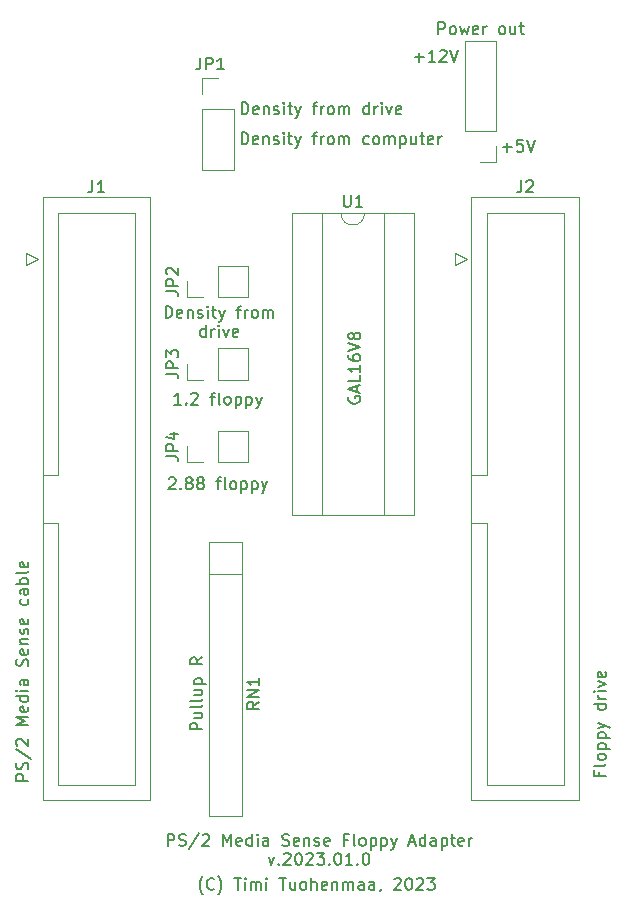
<source format=gbr>
%TF.GenerationSoftware,KiCad,Pcbnew,(6.0.10)*%
%TF.CreationDate,2023-01-22T20:40:01+02:00*%
%TF.ProjectId,ps2_media_sense_floppy_adapter,7073325f-6d65-4646-9961-5f73656e7365,rev?*%
%TF.SameCoordinates,Original*%
%TF.FileFunction,Legend,Top*%
%TF.FilePolarity,Positive*%
%FSLAX46Y46*%
G04 Gerber Fmt 4.6, Leading zero omitted, Abs format (unit mm)*
G04 Created by KiCad (PCBNEW (6.0.10)) date 2023-01-22 20:40:01*
%MOMM*%
%LPD*%
G01*
G04 APERTURE LIST*
%ADD10C,0.150000*%
%ADD11C,0.120000*%
G04 APERTURE END LIST*
D10*
X103066866Y-104295380D02*
X103066866Y-103295380D01*
X103447819Y-103295380D01*
X103543057Y-103343000D01*
X103590676Y-103390619D01*
X103638295Y-103485857D01*
X103638295Y-103628714D01*
X103590676Y-103723952D01*
X103543057Y-103771571D01*
X103447819Y-103819190D01*
X103066866Y-103819190D01*
X104019247Y-104247761D02*
X104162104Y-104295380D01*
X104400200Y-104295380D01*
X104495438Y-104247761D01*
X104543057Y-104200142D01*
X104590676Y-104104904D01*
X104590676Y-104009666D01*
X104543057Y-103914428D01*
X104495438Y-103866809D01*
X104400200Y-103819190D01*
X104209723Y-103771571D01*
X104114485Y-103723952D01*
X104066866Y-103676333D01*
X104019247Y-103581095D01*
X104019247Y-103485857D01*
X104066866Y-103390619D01*
X104114485Y-103343000D01*
X104209723Y-103295380D01*
X104447819Y-103295380D01*
X104590676Y-103343000D01*
X105733533Y-103247761D02*
X104876390Y-104533476D01*
X106019247Y-103390619D02*
X106066866Y-103343000D01*
X106162104Y-103295380D01*
X106400200Y-103295380D01*
X106495438Y-103343000D01*
X106543057Y-103390619D01*
X106590676Y-103485857D01*
X106590676Y-103581095D01*
X106543057Y-103723952D01*
X105971628Y-104295380D01*
X106590676Y-104295380D01*
X107781152Y-104295380D02*
X107781152Y-103295380D01*
X108114485Y-104009666D01*
X108447819Y-103295380D01*
X108447819Y-104295380D01*
X109304961Y-104247761D02*
X109209723Y-104295380D01*
X109019247Y-104295380D01*
X108924009Y-104247761D01*
X108876390Y-104152523D01*
X108876390Y-103771571D01*
X108924009Y-103676333D01*
X109019247Y-103628714D01*
X109209723Y-103628714D01*
X109304961Y-103676333D01*
X109352580Y-103771571D01*
X109352580Y-103866809D01*
X108876390Y-103962047D01*
X110209723Y-104295380D02*
X110209723Y-103295380D01*
X110209723Y-104247761D02*
X110114485Y-104295380D01*
X109924009Y-104295380D01*
X109828771Y-104247761D01*
X109781152Y-104200142D01*
X109733533Y-104104904D01*
X109733533Y-103819190D01*
X109781152Y-103723952D01*
X109828771Y-103676333D01*
X109924009Y-103628714D01*
X110114485Y-103628714D01*
X110209723Y-103676333D01*
X110685914Y-104295380D02*
X110685914Y-103628714D01*
X110685914Y-103295380D02*
X110638295Y-103343000D01*
X110685914Y-103390619D01*
X110733533Y-103343000D01*
X110685914Y-103295380D01*
X110685914Y-103390619D01*
X111590676Y-104295380D02*
X111590676Y-103771571D01*
X111543057Y-103676333D01*
X111447819Y-103628714D01*
X111257342Y-103628714D01*
X111162104Y-103676333D01*
X111590676Y-104247761D02*
X111495438Y-104295380D01*
X111257342Y-104295380D01*
X111162104Y-104247761D01*
X111114485Y-104152523D01*
X111114485Y-104057285D01*
X111162104Y-103962047D01*
X111257342Y-103914428D01*
X111495438Y-103914428D01*
X111590676Y-103866809D01*
X112781152Y-104247761D02*
X112924009Y-104295380D01*
X113162104Y-104295380D01*
X113257342Y-104247761D01*
X113304961Y-104200142D01*
X113352580Y-104104904D01*
X113352580Y-104009666D01*
X113304961Y-103914428D01*
X113257342Y-103866809D01*
X113162104Y-103819190D01*
X112971628Y-103771571D01*
X112876390Y-103723952D01*
X112828771Y-103676333D01*
X112781152Y-103581095D01*
X112781152Y-103485857D01*
X112828771Y-103390619D01*
X112876390Y-103343000D01*
X112971628Y-103295380D01*
X113209723Y-103295380D01*
X113352580Y-103343000D01*
X114162104Y-104247761D02*
X114066866Y-104295380D01*
X113876390Y-104295380D01*
X113781152Y-104247761D01*
X113733533Y-104152523D01*
X113733533Y-103771571D01*
X113781152Y-103676333D01*
X113876390Y-103628714D01*
X114066866Y-103628714D01*
X114162104Y-103676333D01*
X114209723Y-103771571D01*
X114209723Y-103866809D01*
X113733533Y-103962047D01*
X114638295Y-103628714D02*
X114638295Y-104295380D01*
X114638295Y-103723952D02*
X114685914Y-103676333D01*
X114781152Y-103628714D01*
X114924009Y-103628714D01*
X115019247Y-103676333D01*
X115066866Y-103771571D01*
X115066866Y-104295380D01*
X115495438Y-104247761D02*
X115590676Y-104295380D01*
X115781152Y-104295380D01*
X115876390Y-104247761D01*
X115924009Y-104152523D01*
X115924009Y-104104904D01*
X115876390Y-104009666D01*
X115781152Y-103962047D01*
X115638295Y-103962047D01*
X115543057Y-103914428D01*
X115495438Y-103819190D01*
X115495438Y-103771571D01*
X115543057Y-103676333D01*
X115638295Y-103628714D01*
X115781152Y-103628714D01*
X115876390Y-103676333D01*
X116733533Y-104247761D02*
X116638295Y-104295380D01*
X116447819Y-104295380D01*
X116352580Y-104247761D01*
X116304961Y-104152523D01*
X116304961Y-103771571D01*
X116352580Y-103676333D01*
X116447819Y-103628714D01*
X116638295Y-103628714D01*
X116733533Y-103676333D01*
X116781152Y-103771571D01*
X116781152Y-103866809D01*
X116304961Y-103962047D01*
X118304961Y-103771571D02*
X117971628Y-103771571D01*
X117971628Y-104295380D02*
X117971628Y-103295380D01*
X118447819Y-103295380D01*
X118971628Y-104295380D02*
X118876390Y-104247761D01*
X118828771Y-104152523D01*
X118828771Y-103295380D01*
X119495438Y-104295380D02*
X119400200Y-104247761D01*
X119352580Y-104200142D01*
X119304961Y-104104904D01*
X119304961Y-103819190D01*
X119352580Y-103723952D01*
X119400200Y-103676333D01*
X119495438Y-103628714D01*
X119638295Y-103628714D01*
X119733533Y-103676333D01*
X119781152Y-103723952D01*
X119828771Y-103819190D01*
X119828771Y-104104904D01*
X119781152Y-104200142D01*
X119733533Y-104247761D01*
X119638295Y-104295380D01*
X119495438Y-104295380D01*
X120257342Y-103628714D02*
X120257342Y-104628714D01*
X120257342Y-103676333D02*
X120352580Y-103628714D01*
X120543057Y-103628714D01*
X120638295Y-103676333D01*
X120685914Y-103723952D01*
X120733533Y-103819190D01*
X120733533Y-104104904D01*
X120685914Y-104200142D01*
X120638295Y-104247761D01*
X120543057Y-104295380D01*
X120352580Y-104295380D01*
X120257342Y-104247761D01*
X121162104Y-103628714D02*
X121162104Y-104628714D01*
X121162104Y-103676333D02*
X121257342Y-103628714D01*
X121447819Y-103628714D01*
X121543057Y-103676333D01*
X121590676Y-103723952D01*
X121638295Y-103819190D01*
X121638295Y-104104904D01*
X121590676Y-104200142D01*
X121543057Y-104247761D01*
X121447819Y-104295380D01*
X121257342Y-104295380D01*
X121162104Y-104247761D01*
X121971628Y-103628714D02*
X122209723Y-104295380D01*
X122447819Y-103628714D02*
X122209723Y-104295380D01*
X122114485Y-104533476D01*
X122066866Y-104581095D01*
X121971628Y-104628714D01*
X123543057Y-104009666D02*
X124019247Y-104009666D01*
X123447819Y-104295380D02*
X123781152Y-103295380D01*
X124114485Y-104295380D01*
X124876390Y-104295380D02*
X124876390Y-103295380D01*
X124876390Y-104247761D02*
X124781152Y-104295380D01*
X124590676Y-104295380D01*
X124495438Y-104247761D01*
X124447819Y-104200142D01*
X124400200Y-104104904D01*
X124400200Y-103819190D01*
X124447819Y-103723952D01*
X124495438Y-103676333D01*
X124590676Y-103628714D01*
X124781152Y-103628714D01*
X124876390Y-103676333D01*
X125781152Y-104295380D02*
X125781152Y-103771571D01*
X125733533Y-103676333D01*
X125638295Y-103628714D01*
X125447819Y-103628714D01*
X125352580Y-103676333D01*
X125781152Y-104247761D02*
X125685914Y-104295380D01*
X125447819Y-104295380D01*
X125352580Y-104247761D01*
X125304961Y-104152523D01*
X125304961Y-104057285D01*
X125352580Y-103962047D01*
X125447819Y-103914428D01*
X125685914Y-103914428D01*
X125781152Y-103866809D01*
X126257342Y-103628714D02*
X126257342Y-104628714D01*
X126257342Y-103676333D02*
X126352580Y-103628714D01*
X126543057Y-103628714D01*
X126638295Y-103676333D01*
X126685914Y-103723952D01*
X126733533Y-103819190D01*
X126733533Y-104104904D01*
X126685914Y-104200142D01*
X126638295Y-104247761D01*
X126543057Y-104295380D01*
X126352580Y-104295380D01*
X126257342Y-104247761D01*
X127019247Y-103628714D02*
X127400199Y-103628714D01*
X127162104Y-103295380D02*
X127162104Y-104152523D01*
X127209723Y-104247761D01*
X127304961Y-104295380D01*
X127400199Y-104295380D01*
X128114485Y-104247761D02*
X128019247Y-104295380D01*
X127828771Y-104295380D01*
X127733533Y-104247761D01*
X127685914Y-104152523D01*
X127685914Y-103771571D01*
X127733533Y-103676333D01*
X127828771Y-103628714D01*
X128019247Y-103628714D01*
X128114485Y-103676333D01*
X128162104Y-103771571D01*
X128162104Y-103866809D01*
X127685914Y-103962047D01*
X128590676Y-104295380D02*
X128590676Y-103628714D01*
X128590676Y-103819190D02*
X128638295Y-103723952D01*
X128685914Y-103676333D01*
X128781152Y-103628714D01*
X128876390Y-103628714D01*
X111614485Y-105238714D02*
X111852580Y-105905380D01*
X112090676Y-105238714D01*
X112471628Y-105810142D02*
X112519247Y-105857761D01*
X112471628Y-105905380D01*
X112424009Y-105857761D01*
X112471628Y-105810142D01*
X112471628Y-105905380D01*
X112900200Y-105000619D02*
X112947819Y-104953000D01*
X113043057Y-104905380D01*
X113281152Y-104905380D01*
X113376390Y-104953000D01*
X113424009Y-105000619D01*
X113471628Y-105095857D01*
X113471628Y-105191095D01*
X113424009Y-105333952D01*
X112852580Y-105905380D01*
X113471628Y-105905380D01*
X114090676Y-104905380D02*
X114185914Y-104905380D01*
X114281152Y-104953000D01*
X114328771Y-105000619D01*
X114376390Y-105095857D01*
X114424009Y-105286333D01*
X114424009Y-105524428D01*
X114376390Y-105714904D01*
X114328771Y-105810142D01*
X114281152Y-105857761D01*
X114185914Y-105905380D01*
X114090676Y-105905380D01*
X113995438Y-105857761D01*
X113947819Y-105810142D01*
X113900200Y-105714904D01*
X113852580Y-105524428D01*
X113852580Y-105286333D01*
X113900200Y-105095857D01*
X113947819Y-105000619D01*
X113995438Y-104953000D01*
X114090676Y-104905380D01*
X114804961Y-105000619D02*
X114852580Y-104953000D01*
X114947819Y-104905380D01*
X115185914Y-104905380D01*
X115281152Y-104953000D01*
X115328771Y-105000619D01*
X115376390Y-105095857D01*
X115376390Y-105191095D01*
X115328771Y-105333952D01*
X114757342Y-105905380D01*
X115376390Y-105905380D01*
X115709723Y-104905380D02*
X116328771Y-104905380D01*
X115995438Y-105286333D01*
X116138295Y-105286333D01*
X116233533Y-105333952D01*
X116281152Y-105381571D01*
X116328771Y-105476809D01*
X116328771Y-105714904D01*
X116281152Y-105810142D01*
X116233533Y-105857761D01*
X116138295Y-105905380D01*
X115852580Y-105905380D01*
X115757342Y-105857761D01*
X115709723Y-105810142D01*
X116757342Y-105810142D02*
X116804961Y-105857761D01*
X116757342Y-105905380D01*
X116709723Y-105857761D01*
X116757342Y-105810142D01*
X116757342Y-105905380D01*
X117424009Y-104905380D02*
X117519247Y-104905380D01*
X117614485Y-104953000D01*
X117662104Y-105000619D01*
X117709723Y-105095857D01*
X117757342Y-105286333D01*
X117757342Y-105524428D01*
X117709723Y-105714904D01*
X117662104Y-105810142D01*
X117614485Y-105857761D01*
X117519247Y-105905380D01*
X117424009Y-105905380D01*
X117328771Y-105857761D01*
X117281152Y-105810142D01*
X117233533Y-105714904D01*
X117185914Y-105524428D01*
X117185914Y-105286333D01*
X117233533Y-105095857D01*
X117281152Y-105000619D01*
X117328771Y-104953000D01*
X117424009Y-104905380D01*
X118709723Y-105905380D02*
X118138295Y-105905380D01*
X118424009Y-105905380D02*
X118424009Y-104905380D01*
X118328771Y-105048238D01*
X118233533Y-105143476D01*
X118138295Y-105191095D01*
X119138295Y-105810142D02*
X119185914Y-105857761D01*
X119138295Y-105905380D01*
X119090676Y-105857761D01*
X119138295Y-105810142D01*
X119138295Y-105905380D01*
X119804961Y-104905380D02*
X119900200Y-104905380D01*
X119995438Y-104953000D01*
X120043057Y-105000619D01*
X120090676Y-105095857D01*
X120138295Y-105286333D01*
X120138295Y-105524428D01*
X120090676Y-105714904D01*
X120043057Y-105810142D01*
X119995438Y-105857761D01*
X119900200Y-105905380D01*
X119804961Y-105905380D01*
X119709723Y-105857761D01*
X119662104Y-105810142D01*
X119614485Y-105714904D01*
X119566866Y-105524428D01*
X119566866Y-105286333D01*
X119614485Y-105095857D01*
X119662104Y-105000619D01*
X119709723Y-104953000D01*
X119804961Y-104905380D01*
X106054142Y-108402333D02*
X106006523Y-108354714D01*
X105911285Y-108211857D01*
X105863666Y-108116619D01*
X105816047Y-107973761D01*
X105768428Y-107735666D01*
X105768428Y-107545190D01*
X105816047Y-107307095D01*
X105863666Y-107164238D01*
X105911285Y-107069000D01*
X106006523Y-106926142D01*
X106054142Y-106878523D01*
X107006523Y-107926142D02*
X106958904Y-107973761D01*
X106816047Y-108021380D01*
X106720809Y-108021380D01*
X106577952Y-107973761D01*
X106482714Y-107878523D01*
X106435095Y-107783285D01*
X106387476Y-107592809D01*
X106387476Y-107449952D01*
X106435095Y-107259476D01*
X106482714Y-107164238D01*
X106577952Y-107069000D01*
X106720809Y-107021380D01*
X106816047Y-107021380D01*
X106958904Y-107069000D01*
X107006523Y-107116619D01*
X107339857Y-108402333D02*
X107387476Y-108354714D01*
X107482714Y-108211857D01*
X107530333Y-108116619D01*
X107577952Y-107973761D01*
X107625571Y-107735666D01*
X107625571Y-107545190D01*
X107577952Y-107307095D01*
X107530333Y-107164238D01*
X107482714Y-107069000D01*
X107387476Y-106926142D01*
X107339857Y-106878523D01*
X108720809Y-107021380D02*
X109292238Y-107021380D01*
X109006523Y-108021380D02*
X109006523Y-107021380D01*
X109625571Y-108021380D02*
X109625571Y-107354714D01*
X109625571Y-107021380D02*
X109577952Y-107069000D01*
X109625571Y-107116619D01*
X109673190Y-107069000D01*
X109625571Y-107021380D01*
X109625571Y-107116619D01*
X110101761Y-108021380D02*
X110101761Y-107354714D01*
X110101761Y-107449952D02*
X110149380Y-107402333D01*
X110244619Y-107354714D01*
X110387476Y-107354714D01*
X110482714Y-107402333D01*
X110530333Y-107497571D01*
X110530333Y-108021380D01*
X110530333Y-107497571D02*
X110577952Y-107402333D01*
X110673190Y-107354714D01*
X110816047Y-107354714D01*
X110911285Y-107402333D01*
X110958904Y-107497571D01*
X110958904Y-108021380D01*
X111435095Y-108021380D02*
X111435095Y-107354714D01*
X111435095Y-107021380D02*
X111387476Y-107069000D01*
X111435095Y-107116619D01*
X111482714Y-107069000D01*
X111435095Y-107021380D01*
X111435095Y-107116619D01*
X112530333Y-107021380D02*
X113101761Y-107021380D01*
X112816047Y-108021380D02*
X112816047Y-107021380D01*
X113863666Y-107354714D02*
X113863666Y-108021380D01*
X113435095Y-107354714D02*
X113435095Y-107878523D01*
X113482714Y-107973761D01*
X113577952Y-108021380D01*
X113720809Y-108021380D01*
X113816047Y-107973761D01*
X113863666Y-107926142D01*
X114482714Y-108021380D02*
X114387476Y-107973761D01*
X114339857Y-107926142D01*
X114292238Y-107830904D01*
X114292238Y-107545190D01*
X114339857Y-107449952D01*
X114387476Y-107402333D01*
X114482714Y-107354714D01*
X114625571Y-107354714D01*
X114720809Y-107402333D01*
X114768428Y-107449952D01*
X114816047Y-107545190D01*
X114816047Y-107830904D01*
X114768428Y-107926142D01*
X114720809Y-107973761D01*
X114625571Y-108021380D01*
X114482714Y-108021380D01*
X115244619Y-108021380D02*
X115244619Y-107021380D01*
X115673190Y-108021380D02*
X115673190Y-107497571D01*
X115625571Y-107402333D01*
X115530333Y-107354714D01*
X115387476Y-107354714D01*
X115292238Y-107402333D01*
X115244619Y-107449952D01*
X116530333Y-107973761D02*
X116435095Y-108021380D01*
X116244619Y-108021380D01*
X116149380Y-107973761D01*
X116101761Y-107878523D01*
X116101761Y-107497571D01*
X116149380Y-107402333D01*
X116244619Y-107354714D01*
X116435095Y-107354714D01*
X116530333Y-107402333D01*
X116577952Y-107497571D01*
X116577952Y-107592809D01*
X116101761Y-107688047D01*
X117006523Y-107354714D02*
X117006523Y-108021380D01*
X117006523Y-107449952D02*
X117054142Y-107402333D01*
X117149380Y-107354714D01*
X117292238Y-107354714D01*
X117387476Y-107402333D01*
X117435095Y-107497571D01*
X117435095Y-108021380D01*
X117911285Y-108021380D02*
X117911285Y-107354714D01*
X117911285Y-107449952D02*
X117958904Y-107402333D01*
X118054142Y-107354714D01*
X118197000Y-107354714D01*
X118292238Y-107402333D01*
X118339857Y-107497571D01*
X118339857Y-108021380D01*
X118339857Y-107497571D02*
X118387476Y-107402333D01*
X118482714Y-107354714D01*
X118625571Y-107354714D01*
X118720809Y-107402333D01*
X118768428Y-107497571D01*
X118768428Y-108021380D01*
X119673190Y-108021380D02*
X119673190Y-107497571D01*
X119625571Y-107402333D01*
X119530333Y-107354714D01*
X119339857Y-107354714D01*
X119244619Y-107402333D01*
X119673190Y-107973761D02*
X119577952Y-108021380D01*
X119339857Y-108021380D01*
X119244619Y-107973761D01*
X119197000Y-107878523D01*
X119197000Y-107783285D01*
X119244619Y-107688047D01*
X119339857Y-107640428D01*
X119577952Y-107640428D01*
X119673190Y-107592809D01*
X120577952Y-108021380D02*
X120577952Y-107497571D01*
X120530333Y-107402333D01*
X120435095Y-107354714D01*
X120244619Y-107354714D01*
X120149380Y-107402333D01*
X120577952Y-107973761D02*
X120482714Y-108021380D01*
X120244619Y-108021380D01*
X120149380Y-107973761D01*
X120101761Y-107878523D01*
X120101761Y-107783285D01*
X120149380Y-107688047D01*
X120244619Y-107640428D01*
X120482714Y-107640428D01*
X120577952Y-107592809D01*
X121101761Y-107973761D02*
X121101761Y-108021380D01*
X121054142Y-108116619D01*
X121006523Y-108164238D01*
X122244619Y-107116619D02*
X122292238Y-107069000D01*
X122387476Y-107021380D01*
X122625571Y-107021380D01*
X122720809Y-107069000D01*
X122768428Y-107116619D01*
X122816047Y-107211857D01*
X122816047Y-107307095D01*
X122768428Y-107449952D01*
X122197000Y-108021380D01*
X122816047Y-108021380D01*
X123435095Y-107021380D02*
X123530333Y-107021380D01*
X123625571Y-107069000D01*
X123673190Y-107116619D01*
X123720809Y-107211857D01*
X123768428Y-107402333D01*
X123768428Y-107640428D01*
X123720809Y-107830904D01*
X123673190Y-107926142D01*
X123625571Y-107973761D01*
X123530333Y-108021380D01*
X123435095Y-108021380D01*
X123339857Y-107973761D01*
X123292238Y-107926142D01*
X123244619Y-107830904D01*
X123197000Y-107640428D01*
X123197000Y-107402333D01*
X123244619Y-107211857D01*
X123292238Y-107116619D01*
X123339857Y-107069000D01*
X123435095Y-107021380D01*
X124149380Y-107116619D02*
X124197000Y-107069000D01*
X124292238Y-107021380D01*
X124530333Y-107021380D01*
X124625571Y-107069000D01*
X124673190Y-107116619D01*
X124720809Y-107211857D01*
X124720809Y-107307095D01*
X124673190Y-107449952D01*
X124101761Y-108021380D01*
X124720809Y-108021380D01*
X125054142Y-107021380D02*
X125673190Y-107021380D01*
X125339857Y-107402333D01*
X125482714Y-107402333D01*
X125577952Y-107449952D01*
X125625571Y-107497571D01*
X125673190Y-107592809D01*
X125673190Y-107830904D01*
X125625571Y-107926142D01*
X125577952Y-107973761D01*
X125482714Y-108021380D01*
X125197000Y-108021380D01*
X125101761Y-107973761D01*
X125054142Y-107926142D01*
X109324238Y-44902380D02*
X109324238Y-43902380D01*
X109562333Y-43902380D01*
X109705190Y-43950000D01*
X109800428Y-44045238D01*
X109848047Y-44140476D01*
X109895666Y-44330952D01*
X109895666Y-44473809D01*
X109848047Y-44664285D01*
X109800428Y-44759523D01*
X109705190Y-44854761D01*
X109562333Y-44902380D01*
X109324238Y-44902380D01*
X110705190Y-44854761D02*
X110609952Y-44902380D01*
X110419476Y-44902380D01*
X110324238Y-44854761D01*
X110276619Y-44759523D01*
X110276619Y-44378571D01*
X110324238Y-44283333D01*
X110419476Y-44235714D01*
X110609952Y-44235714D01*
X110705190Y-44283333D01*
X110752809Y-44378571D01*
X110752809Y-44473809D01*
X110276619Y-44569047D01*
X111181380Y-44235714D02*
X111181380Y-44902380D01*
X111181380Y-44330952D02*
X111229000Y-44283333D01*
X111324238Y-44235714D01*
X111467095Y-44235714D01*
X111562333Y-44283333D01*
X111609952Y-44378571D01*
X111609952Y-44902380D01*
X112038523Y-44854761D02*
X112133761Y-44902380D01*
X112324238Y-44902380D01*
X112419476Y-44854761D01*
X112467095Y-44759523D01*
X112467095Y-44711904D01*
X112419476Y-44616666D01*
X112324238Y-44569047D01*
X112181380Y-44569047D01*
X112086142Y-44521428D01*
X112038523Y-44426190D01*
X112038523Y-44378571D01*
X112086142Y-44283333D01*
X112181380Y-44235714D01*
X112324238Y-44235714D01*
X112419476Y-44283333D01*
X112895666Y-44902380D02*
X112895666Y-44235714D01*
X112895666Y-43902380D02*
X112848047Y-43950000D01*
X112895666Y-43997619D01*
X112943285Y-43950000D01*
X112895666Y-43902380D01*
X112895666Y-43997619D01*
X113229000Y-44235714D02*
X113609952Y-44235714D01*
X113371857Y-43902380D02*
X113371857Y-44759523D01*
X113419476Y-44854761D01*
X113514714Y-44902380D01*
X113609952Y-44902380D01*
X113848047Y-44235714D02*
X114086142Y-44902380D01*
X114324238Y-44235714D02*
X114086142Y-44902380D01*
X113990904Y-45140476D01*
X113943285Y-45188095D01*
X113848047Y-45235714D01*
X115324238Y-44235714D02*
X115705190Y-44235714D01*
X115467095Y-44902380D02*
X115467095Y-44045238D01*
X115514714Y-43950000D01*
X115609952Y-43902380D01*
X115705190Y-43902380D01*
X116038523Y-44902380D02*
X116038523Y-44235714D01*
X116038523Y-44426190D02*
X116086142Y-44330952D01*
X116133761Y-44283333D01*
X116229000Y-44235714D01*
X116324238Y-44235714D01*
X116800428Y-44902380D02*
X116705190Y-44854761D01*
X116657571Y-44807142D01*
X116609952Y-44711904D01*
X116609952Y-44426190D01*
X116657571Y-44330952D01*
X116705190Y-44283333D01*
X116800428Y-44235714D01*
X116943285Y-44235714D01*
X117038523Y-44283333D01*
X117086142Y-44330952D01*
X117133761Y-44426190D01*
X117133761Y-44711904D01*
X117086142Y-44807142D01*
X117038523Y-44854761D01*
X116943285Y-44902380D01*
X116800428Y-44902380D01*
X117562333Y-44902380D02*
X117562333Y-44235714D01*
X117562333Y-44330952D02*
X117609952Y-44283333D01*
X117705190Y-44235714D01*
X117848047Y-44235714D01*
X117943285Y-44283333D01*
X117990904Y-44378571D01*
X117990904Y-44902380D01*
X117990904Y-44378571D02*
X118038523Y-44283333D01*
X118133761Y-44235714D01*
X118276619Y-44235714D01*
X118371857Y-44283333D01*
X118419476Y-44378571D01*
X118419476Y-44902380D01*
X120086142Y-44854761D02*
X119990904Y-44902380D01*
X119800428Y-44902380D01*
X119705190Y-44854761D01*
X119657571Y-44807142D01*
X119609952Y-44711904D01*
X119609952Y-44426190D01*
X119657571Y-44330952D01*
X119705190Y-44283333D01*
X119800428Y-44235714D01*
X119990904Y-44235714D01*
X120086142Y-44283333D01*
X120657571Y-44902380D02*
X120562333Y-44854761D01*
X120514714Y-44807142D01*
X120467095Y-44711904D01*
X120467095Y-44426190D01*
X120514714Y-44330952D01*
X120562333Y-44283333D01*
X120657571Y-44235714D01*
X120800428Y-44235714D01*
X120895666Y-44283333D01*
X120943285Y-44330952D01*
X120990904Y-44426190D01*
X120990904Y-44711904D01*
X120943285Y-44807142D01*
X120895666Y-44854761D01*
X120800428Y-44902380D01*
X120657571Y-44902380D01*
X121419476Y-44902380D02*
X121419476Y-44235714D01*
X121419476Y-44330952D02*
X121467095Y-44283333D01*
X121562333Y-44235714D01*
X121705190Y-44235714D01*
X121800428Y-44283333D01*
X121848047Y-44378571D01*
X121848047Y-44902380D01*
X121848047Y-44378571D02*
X121895666Y-44283333D01*
X121990904Y-44235714D01*
X122133761Y-44235714D01*
X122229000Y-44283333D01*
X122276619Y-44378571D01*
X122276619Y-44902380D01*
X122752809Y-44235714D02*
X122752809Y-45235714D01*
X122752809Y-44283333D02*
X122848047Y-44235714D01*
X123038523Y-44235714D01*
X123133761Y-44283333D01*
X123181380Y-44330952D01*
X123229000Y-44426190D01*
X123229000Y-44711904D01*
X123181380Y-44807142D01*
X123133761Y-44854761D01*
X123038523Y-44902380D01*
X122848047Y-44902380D01*
X122752809Y-44854761D01*
X124086142Y-44235714D02*
X124086142Y-44902380D01*
X123657571Y-44235714D02*
X123657571Y-44759523D01*
X123705190Y-44854761D01*
X123800428Y-44902380D01*
X123943285Y-44902380D01*
X124038523Y-44854761D01*
X124086142Y-44807142D01*
X124419476Y-44235714D02*
X124800428Y-44235714D01*
X124562333Y-43902380D02*
X124562333Y-44759523D01*
X124609952Y-44854761D01*
X124705190Y-44902380D01*
X124800428Y-44902380D01*
X125514714Y-44854761D02*
X125419476Y-44902380D01*
X125229000Y-44902380D01*
X125133761Y-44854761D01*
X125086142Y-44759523D01*
X125086142Y-44378571D01*
X125133761Y-44283333D01*
X125229000Y-44235714D01*
X125419476Y-44235714D01*
X125514714Y-44283333D01*
X125562333Y-44378571D01*
X125562333Y-44473809D01*
X125086142Y-44569047D01*
X125990904Y-44902380D02*
X125990904Y-44235714D01*
X125990904Y-44426190D02*
X126038523Y-44330952D01*
X126086142Y-44283333D01*
X126181380Y-44235714D01*
X126276619Y-44235714D01*
X109339904Y-42362380D02*
X109339904Y-41362380D01*
X109578000Y-41362380D01*
X109720857Y-41410000D01*
X109816095Y-41505238D01*
X109863714Y-41600476D01*
X109911333Y-41790952D01*
X109911333Y-41933809D01*
X109863714Y-42124285D01*
X109816095Y-42219523D01*
X109720857Y-42314761D01*
X109578000Y-42362380D01*
X109339904Y-42362380D01*
X110720857Y-42314761D02*
X110625619Y-42362380D01*
X110435142Y-42362380D01*
X110339904Y-42314761D01*
X110292285Y-42219523D01*
X110292285Y-41838571D01*
X110339904Y-41743333D01*
X110435142Y-41695714D01*
X110625619Y-41695714D01*
X110720857Y-41743333D01*
X110768476Y-41838571D01*
X110768476Y-41933809D01*
X110292285Y-42029047D01*
X111197047Y-41695714D02*
X111197047Y-42362380D01*
X111197047Y-41790952D02*
X111244666Y-41743333D01*
X111339904Y-41695714D01*
X111482761Y-41695714D01*
X111578000Y-41743333D01*
X111625619Y-41838571D01*
X111625619Y-42362380D01*
X112054190Y-42314761D02*
X112149428Y-42362380D01*
X112339904Y-42362380D01*
X112435142Y-42314761D01*
X112482761Y-42219523D01*
X112482761Y-42171904D01*
X112435142Y-42076666D01*
X112339904Y-42029047D01*
X112197047Y-42029047D01*
X112101809Y-41981428D01*
X112054190Y-41886190D01*
X112054190Y-41838571D01*
X112101809Y-41743333D01*
X112197047Y-41695714D01*
X112339904Y-41695714D01*
X112435142Y-41743333D01*
X112911333Y-42362380D02*
X112911333Y-41695714D01*
X112911333Y-41362380D02*
X112863714Y-41410000D01*
X112911333Y-41457619D01*
X112958952Y-41410000D01*
X112911333Y-41362380D01*
X112911333Y-41457619D01*
X113244666Y-41695714D02*
X113625619Y-41695714D01*
X113387523Y-41362380D02*
X113387523Y-42219523D01*
X113435142Y-42314761D01*
X113530380Y-42362380D01*
X113625619Y-42362380D01*
X113863714Y-41695714D02*
X114101809Y-42362380D01*
X114339904Y-41695714D02*
X114101809Y-42362380D01*
X114006571Y-42600476D01*
X113958952Y-42648095D01*
X113863714Y-42695714D01*
X115339904Y-41695714D02*
X115720857Y-41695714D01*
X115482761Y-42362380D02*
X115482761Y-41505238D01*
X115530380Y-41410000D01*
X115625619Y-41362380D01*
X115720857Y-41362380D01*
X116054190Y-42362380D02*
X116054190Y-41695714D01*
X116054190Y-41886190D02*
X116101809Y-41790952D01*
X116149428Y-41743333D01*
X116244666Y-41695714D01*
X116339904Y-41695714D01*
X116816095Y-42362380D02*
X116720857Y-42314761D01*
X116673238Y-42267142D01*
X116625619Y-42171904D01*
X116625619Y-41886190D01*
X116673238Y-41790952D01*
X116720857Y-41743333D01*
X116816095Y-41695714D01*
X116958952Y-41695714D01*
X117054190Y-41743333D01*
X117101809Y-41790952D01*
X117149428Y-41886190D01*
X117149428Y-42171904D01*
X117101809Y-42267142D01*
X117054190Y-42314761D01*
X116958952Y-42362380D01*
X116816095Y-42362380D01*
X117578000Y-42362380D02*
X117578000Y-41695714D01*
X117578000Y-41790952D02*
X117625619Y-41743333D01*
X117720857Y-41695714D01*
X117863714Y-41695714D01*
X117958952Y-41743333D01*
X118006571Y-41838571D01*
X118006571Y-42362380D01*
X118006571Y-41838571D02*
X118054190Y-41743333D01*
X118149428Y-41695714D01*
X118292285Y-41695714D01*
X118387523Y-41743333D01*
X118435142Y-41838571D01*
X118435142Y-42362380D01*
X120101809Y-42362380D02*
X120101809Y-41362380D01*
X120101809Y-42314761D02*
X120006571Y-42362380D01*
X119816095Y-42362380D01*
X119720857Y-42314761D01*
X119673238Y-42267142D01*
X119625619Y-42171904D01*
X119625619Y-41886190D01*
X119673238Y-41790952D01*
X119720857Y-41743333D01*
X119816095Y-41695714D01*
X120006571Y-41695714D01*
X120101809Y-41743333D01*
X120578000Y-42362380D02*
X120578000Y-41695714D01*
X120578000Y-41886190D02*
X120625619Y-41790952D01*
X120673238Y-41743333D01*
X120768476Y-41695714D01*
X120863714Y-41695714D01*
X121197047Y-42362380D02*
X121197047Y-41695714D01*
X121197047Y-41362380D02*
X121149428Y-41410000D01*
X121197047Y-41457619D01*
X121244666Y-41410000D01*
X121197047Y-41362380D01*
X121197047Y-41457619D01*
X121578000Y-41695714D02*
X121816095Y-42362380D01*
X122054190Y-41695714D01*
X122816095Y-42314761D02*
X122720857Y-42362380D01*
X122530380Y-42362380D01*
X122435142Y-42314761D01*
X122387523Y-42219523D01*
X122387523Y-41838571D01*
X122435142Y-41743333D01*
X122530380Y-41695714D01*
X122720857Y-41695714D01*
X122816095Y-41743333D01*
X122863714Y-41838571D01*
X122863714Y-41933809D01*
X122387523Y-42029047D01*
X102894380Y-59591380D02*
X102894380Y-58591380D01*
X103132476Y-58591380D01*
X103275333Y-58639000D01*
X103370571Y-58734238D01*
X103418190Y-58829476D01*
X103465809Y-59019952D01*
X103465809Y-59162809D01*
X103418190Y-59353285D01*
X103370571Y-59448523D01*
X103275333Y-59543761D01*
X103132476Y-59591380D01*
X102894380Y-59591380D01*
X104275333Y-59543761D02*
X104180095Y-59591380D01*
X103989619Y-59591380D01*
X103894380Y-59543761D01*
X103846761Y-59448523D01*
X103846761Y-59067571D01*
X103894380Y-58972333D01*
X103989619Y-58924714D01*
X104180095Y-58924714D01*
X104275333Y-58972333D01*
X104322952Y-59067571D01*
X104322952Y-59162809D01*
X103846761Y-59258047D01*
X104751523Y-58924714D02*
X104751523Y-59591380D01*
X104751523Y-59019952D02*
X104799142Y-58972333D01*
X104894380Y-58924714D01*
X105037238Y-58924714D01*
X105132476Y-58972333D01*
X105180095Y-59067571D01*
X105180095Y-59591380D01*
X105608666Y-59543761D02*
X105703904Y-59591380D01*
X105894380Y-59591380D01*
X105989619Y-59543761D01*
X106037238Y-59448523D01*
X106037238Y-59400904D01*
X105989619Y-59305666D01*
X105894380Y-59258047D01*
X105751523Y-59258047D01*
X105656285Y-59210428D01*
X105608666Y-59115190D01*
X105608666Y-59067571D01*
X105656285Y-58972333D01*
X105751523Y-58924714D01*
X105894380Y-58924714D01*
X105989619Y-58972333D01*
X106465809Y-59591380D02*
X106465809Y-58924714D01*
X106465809Y-58591380D02*
X106418190Y-58639000D01*
X106465809Y-58686619D01*
X106513428Y-58639000D01*
X106465809Y-58591380D01*
X106465809Y-58686619D01*
X106799142Y-58924714D02*
X107180095Y-58924714D01*
X106942000Y-58591380D02*
X106942000Y-59448523D01*
X106989619Y-59543761D01*
X107084857Y-59591380D01*
X107180095Y-59591380D01*
X107418190Y-58924714D02*
X107656285Y-59591380D01*
X107894380Y-58924714D02*
X107656285Y-59591380D01*
X107561047Y-59829476D01*
X107513428Y-59877095D01*
X107418190Y-59924714D01*
X108894380Y-58924714D02*
X109275333Y-58924714D01*
X109037238Y-59591380D02*
X109037238Y-58734238D01*
X109084857Y-58639000D01*
X109180095Y-58591380D01*
X109275333Y-58591380D01*
X109608666Y-59591380D02*
X109608666Y-58924714D01*
X109608666Y-59115190D02*
X109656285Y-59019952D01*
X109703904Y-58972333D01*
X109799142Y-58924714D01*
X109894380Y-58924714D01*
X110370571Y-59591380D02*
X110275333Y-59543761D01*
X110227714Y-59496142D01*
X110180095Y-59400904D01*
X110180095Y-59115190D01*
X110227714Y-59019952D01*
X110275333Y-58972333D01*
X110370571Y-58924714D01*
X110513428Y-58924714D01*
X110608666Y-58972333D01*
X110656285Y-59019952D01*
X110703904Y-59115190D01*
X110703904Y-59400904D01*
X110656285Y-59496142D01*
X110608666Y-59543761D01*
X110513428Y-59591380D01*
X110370571Y-59591380D01*
X111132476Y-59591380D02*
X111132476Y-58924714D01*
X111132476Y-59019952D02*
X111180095Y-58972333D01*
X111275333Y-58924714D01*
X111418190Y-58924714D01*
X111513428Y-58972333D01*
X111561047Y-59067571D01*
X111561047Y-59591380D01*
X111561047Y-59067571D02*
X111608666Y-58972333D01*
X111703904Y-58924714D01*
X111846761Y-58924714D01*
X111942000Y-58972333D01*
X111989619Y-59067571D01*
X111989619Y-59591380D01*
X106299142Y-61201380D02*
X106299142Y-60201380D01*
X106299142Y-61153761D02*
X106203904Y-61201380D01*
X106013428Y-61201380D01*
X105918190Y-61153761D01*
X105870571Y-61106142D01*
X105822952Y-61010904D01*
X105822952Y-60725190D01*
X105870571Y-60629952D01*
X105918190Y-60582333D01*
X106013428Y-60534714D01*
X106203904Y-60534714D01*
X106299142Y-60582333D01*
X106775333Y-61201380D02*
X106775333Y-60534714D01*
X106775333Y-60725190D02*
X106822952Y-60629952D01*
X106870571Y-60582333D01*
X106965809Y-60534714D01*
X107061047Y-60534714D01*
X107394380Y-61201380D02*
X107394380Y-60534714D01*
X107394380Y-60201380D02*
X107346761Y-60249000D01*
X107394380Y-60296619D01*
X107442000Y-60249000D01*
X107394380Y-60201380D01*
X107394380Y-60296619D01*
X107775333Y-60534714D02*
X108013428Y-61201380D01*
X108251523Y-60534714D01*
X109013428Y-61153761D02*
X108918190Y-61201380D01*
X108727714Y-61201380D01*
X108632476Y-61153761D01*
X108584857Y-61058523D01*
X108584857Y-60677571D01*
X108632476Y-60582333D01*
X108727714Y-60534714D01*
X108918190Y-60534714D01*
X109013428Y-60582333D01*
X109061047Y-60677571D01*
X109061047Y-60772809D01*
X108584857Y-60868047D01*
X123968095Y-37536428D02*
X124730000Y-37536428D01*
X124349047Y-37917380D02*
X124349047Y-37155476D01*
X125730000Y-37917380D02*
X125158571Y-37917380D01*
X125444285Y-37917380D02*
X125444285Y-36917380D01*
X125349047Y-37060238D01*
X125253809Y-37155476D01*
X125158571Y-37203095D01*
X126110952Y-37012619D02*
X126158571Y-36965000D01*
X126253809Y-36917380D01*
X126491904Y-36917380D01*
X126587142Y-36965000D01*
X126634761Y-37012619D01*
X126682380Y-37107857D01*
X126682380Y-37203095D01*
X126634761Y-37345952D01*
X126063333Y-37917380D01*
X126682380Y-37917380D01*
X126968095Y-36917380D02*
X127301428Y-37917380D01*
X127634761Y-36917380D01*
X131429285Y-45146428D02*
X132191190Y-45146428D01*
X131810238Y-45527380D02*
X131810238Y-44765476D01*
X133143571Y-44527380D02*
X132667380Y-44527380D01*
X132619761Y-45003571D01*
X132667380Y-44955952D01*
X132762619Y-44908333D01*
X133000714Y-44908333D01*
X133095952Y-44955952D01*
X133143571Y-45003571D01*
X133191190Y-45098809D01*
X133191190Y-45336904D01*
X133143571Y-45432142D01*
X133095952Y-45479761D01*
X133000714Y-45527380D01*
X132762619Y-45527380D01*
X132667380Y-45479761D01*
X132619761Y-45432142D01*
X133476904Y-44527380D02*
X133810238Y-45527380D01*
X134143571Y-44527380D01*
%TO.C,JP2*%
X102957380Y-57348333D02*
X103671666Y-57348333D01*
X103814523Y-57395952D01*
X103909761Y-57491190D01*
X103957380Y-57634047D01*
X103957380Y-57729285D01*
X103957380Y-56872142D02*
X102957380Y-56872142D01*
X102957380Y-56491190D01*
X103005000Y-56395952D01*
X103052619Y-56348333D01*
X103147857Y-56300714D01*
X103290714Y-56300714D01*
X103385952Y-56348333D01*
X103433571Y-56395952D01*
X103481190Y-56491190D01*
X103481190Y-56872142D01*
X103052619Y-55919761D02*
X103005000Y-55872142D01*
X102957380Y-55776904D01*
X102957380Y-55538809D01*
X103005000Y-55443571D01*
X103052619Y-55395952D01*
X103147857Y-55348333D01*
X103243095Y-55348333D01*
X103385952Y-55395952D01*
X103957380Y-55967380D01*
X103957380Y-55348333D01*
%TO.C,J1*%
X96704166Y-47962380D02*
X96704166Y-48676666D01*
X96656547Y-48819523D01*
X96561309Y-48914761D01*
X96418452Y-48962380D01*
X96323214Y-48962380D01*
X97704166Y-48962380D02*
X97132738Y-48962380D01*
X97418452Y-48962380D02*
X97418452Y-47962380D01*
X97323214Y-48105238D01*
X97227976Y-48200476D01*
X97132738Y-48248095D01*
X91257380Y-98773095D02*
X90257380Y-98773095D01*
X90257380Y-98392142D01*
X90305000Y-98296904D01*
X90352619Y-98249285D01*
X90447857Y-98201666D01*
X90590714Y-98201666D01*
X90685952Y-98249285D01*
X90733571Y-98296904D01*
X90781190Y-98392142D01*
X90781190Y-98773095D01*
X91209761Y-97820714D02*
X91257380Y-97677857D01*
X91257380Y-97439761D01*
X91209761Y-97344523D01*
X91162142Y-97296904D01*
X91066904Y-97249285D01*
X90971666Y-97249285D01*
X90876428Y-97296904D01*
X90828809Y-97344523D01*
X90781190Y-97439761D01*
X90733571Y-97630238D01*
X90685952Y-97725476D01*
X90638333Y-97773095D01*
X90543095Y-97820714D01*
X90447857Y-97820714D01*
X90352619Y-97773095D01*
X90305000Y-97725476D01*
X90257380Y-97630238D01*
X90257380Y-97392142D01*
X90305000Y-97249285D01*
X90209761Y-96106428D02*
X91495476Y-96963571D01*
X90352619Y-95820714D02*
X90305000Y-95773095D01*
X90257380Y-95677857D01*
X90257380Y-95439761D01*
X90305000Y-95344523D01*
X90352619Y-95296904D01*
X90447857Y-95249285D01*
X90543095Y-95249285D01*
X90685952Y-95296904D01*
X91257380Y-95868333D01*
X91257380Y-95249285D01*
X91257380Y-94058809D02*
X90257380Y-94058809D01*
X90971666Y-93725476D01*
X90257380Y-93392142D01*
X91257380Y-93392142D01*
X91209761Y-92535000D02*
X91257380Y-92630238D01*
X91257380Y-92820714D01*
X91209761Y-92915952D01*
X91114523Y-92963571D01*
X90733571Y-92963571D01*
X90638333Y-92915952D01*
X90590714Y-92820714D01*
X90590714Y-92630238D01*
X90638333Y-92535000D01*
X90733571Y-92487380D01*
X90828809Y-92487380D01*
X90924047Y-92963571D01*
X91257380Y-91630238D02*
X90257380Y-91630238D01*
X91209761Y-91630238D02*
X91257380Y-91725476D01*
X91257380Y-91915952D01*
X91209761Y-92011190D01*
X91162142Y-92058809D01*
X91066904Y-92106428D01*
X90781190Y-92106428D01*
X90685952Y-92058809D01*
X90638333Y-92011190D01*
X90590714Y-91915952D01*
X90590714Y-91725476D01*
X90638333Y-91630238D01*
X91257380Y-91154047D02*
X90590714Y-91154047D01*
X90257380Y-91154047D02*
X90305000Y-91201666D01*
X90352619Y-91154047D01*
X90305000Y-91106428D01*
X90257380Y-91154047D01*
X90352619Y-91154047D01*
X91257380Y-90249285D02*
X90733571Y-90249285D01*
X90638333Y-90296904D01*
X90590714Y-90392142D01*
X90590714Y-90582619D01*
X90638333Y-90677857D01*
X91209761Y-90249285D02*
X91257380Y-90344523D01*
X91257380Y-90582619D01*
X91209761Y-90677857D01*
X91114523Y-90725476D01*
X91019285Y-90725476D01*
X90924047Y-90677857D01*
X90876428Y-90582619D01*
X90876428Y-90344523D01*
X90828809Y-90249285D01*
X91209761Y-89058809D02*
X91257380Y-88915952D01*
X91257380Y-88677857D01*
X91209761Y-88582619D01*
X91162142Y-88535000D01*
X91066904Y-88487380D01*
X90971666Y-88487380D01*
X90876428Y-88535000D01*
X90828809Y-88582619D01*
X90781190Y-88677857D01*
X90733571Y-88868333D01*
X90685952Y-88963571D01*
X90638333Y-89011190D01*
X90543095Y-89058809D01*
X90447857Y-89058809D01*
X90352619Y-89011190D01*
X90305000Y-88963571D01*
X90257380Y-88868333D01*
X90257380Y-88630238D01*
X90305000Y-88487380D01*
X91209761Y-87677857D02*
X91257380Y-87773095D01*
X91257380Y-87963571D01*
X91209761Y-88058809D01*
X91114523Y-88106428D01*
X90733571Y-88106428D01*
X90638333Y-88058809D01*
X90590714Y-87963571D01*
X90590714Y-87773095D01*
X90638333Y-87677857D01*
X90733571Y-87630238D01*
X90828809Y-87630238D01*
X90924047Y-88106428D01*
X90590714Y-87201666D02*
X91257380Y-87201666D01*
X90685952Y-87201666D02*
X90638333Y-87154047D01*
X90590714Y-87058809D01*
X90590714Y-86915952D01*
X90638333Y-86820714D01*
X90733571Y-86773095D01*
X91257380Y-86773095D01*
X91209761Y-86344523D02*
X91257380Y-86249285D01*
X91257380Y-86058809D01*
X91209761Y-85963571D01*
X91114523Y-85915952D01*
X91066904Y-85915952D01*
X90971666Y-85963571D01*
X90924047Y-86058809D01*
X90924047Y-86201666D01*
X90876428Y-86296904D01*
X90781190Y-86344523D01*
X90733571Y-86344523D01*
X90638333Y-86296904D01*
X90590714Y-86201666D01*
X90590714Y-86058809D01*
X90638333Y-85963571D01*
X91209761Y-85106428D02*
X91257380Y-85201666D01*
X91257380Y-85392142D01*
X91209761Y-85487380D01*
X91114523Y-85535000D01*
X90733571Y-85535000D01*
X90638333Y-85487380D01*
X90590714Y-85392142D01*
X90590714Y-85201666D01*
X90638333Y-85106428D01*
X90733571Y-85058809D01*
X90828809Y-85058809D01*
X90924047Y-85535000D01*
X91209761Y-83439761D02*
X91257380Y-83535000D01*
X91257380Y-83725476D01*
X91209761Y-83820714D01*
X91162142Y-83868333D01*
X91066904Y-83915952D01*
X90781190Y-83915952D01*
X90685952Y-83868333D01*
X90638333Y-83820714D01*
X90590714Y-83725476D01*
X90590714Y-83535000D01*
X90638333Y-83439761D01*
X91257380Y-82582619D02*
X90733571Y-82582619D01*
X90638333Y-82630238D01*
X90590714Y-82725476D01*
X90590714Y-82915952D01*
X90638333Y-83011190D01*
X91209761Y-82582619D02*
X91257380Y-82677857D01*
X91257380Y-82915952D01*
X91209761Y-83011190D01*
X91114523Y-83058809D01*
X91019285Y-83058809D01*
X90924047Y-83011190D01*
X90876428Y-82915952D01*
X90876428Y-82677857D01*
X90828809Y-82582619D01*
X91257380Y-82106428D02*
X90257380Y-82106428D01*
X90638333Y-82106428D02*
X90590714Y-82011190D01*
X90590714Y-81820714D01*
X90638333Y-81725476D01*
X90685952Y-81677857D01*
X90781190Y-81630238D01*
X91066904Y-81630238D01*
X91162142Y-81677857D01*
X91209761Y-81725476D01*
X91257380Y-81820714D01*
X91257380Y-82011190D01*
X91209761Y-82106428D01*
X91257380Y-81058809D02*
X91209761Y-81154047D01*
X91114523Y-81201666D01*
X90257380Y-81201666D01*
X91209761Y-80296904D02*
X91257380Y-80392142D01*
X91257380Y-80582619D01*
X91209761Y-80677857D01*
X91114523Y-80725476D01*
X90733571Y-80725476D01*
X90638333Y-80677857D01*
X90590714Y-80582619D01*
X90590714Y-80392142D01*
X90638333Y-80296904D01*
X90733571Y-80249285D01*
X90828809Y-80249285D01*
X90924047Y-80725476D01*
%TO.C,JP4*%
X102957380Y-71318333D02*
X103671666Y-71318333D01*
X103814523Y-71365952D01*
X103909761Y-71461190D01*
X103957380Y-71604047D01*
X103957380Y-71699285D01*
X103957380Y-70842142D02*
X102957380Y-70842142D01*
X102957380Y-70461190D01*
X103005000Y-70365952D01*
X103052619Y-70318333D01*
X103147857Y-70270714D01*
X103290714Y-70270714D01*
X103385952Y-70318333D01*
X103433571Y-70365952D01*
X103481190Y-70461190D01*
X103481190Y-70842142D01*
X103290714Y-69413571D02*
X103957380Y-69413571D01*
X102909761Y-69651666D02*
X103624047Y-69889761D01*
X103624047Y-69270714D01*
X103172142Y-73207619D02*
X103219761Y-73160000D01*
X103315000Y-73112380D01*
X103553095Y-73112380D01*
X103648333Y-73160000D01*
X103695952Y-73207619D01*
X103743571Y-73302857D01*
X103743571Y-73398095D01*
X103695952Y-73540952D01*
X103124523Y-74112380D01*
X103743571Y-74112380D01*
X104172142Y-74017142D02*
X104219761Y-74064761D01*
X104172142Y-74112380D01*
X104124523Y-74064761D01*
X104172142Y-74017142D01*
X104172142Y-74112380D01*
X104791190Y-73540952D02*
X104695952Y-73493333D01*
X104648333Y-73445714D01*
X104600714Y-73350476D01*
X104600714Y-73302857D01*
X104648333Y-73207619D01*
X104695952Y-73160000D01*
X104791190Y-73112380D01*
X104981666Y-73112380D01*
X105076904Y-73160000D01*
X105124523Y-73207619D01*
X105172142Y-73302857D01*
X105172142Y-73350476D01*
X105124523Y-73445714D01*
X105076904Y-73493333D01*
X104981666Y-73540952D01*
X104791190Y-73540952D01*
X104695952Y-73588571D01*
X104648333Y-73636190D01*
X104600714Y-73731428D01*
X104600714Y-73921904D01*
X104648333Y-74017142D01*
X104695952Y-74064761D01*
X104791190Y-74112380D01*
X104981666Y-74112380D01*
X105076904Y-74064761D01*
X105124523Y-74017142D01*
X105172142Y-73921904D01*
X105172142Y-73731428D01*
X105124523Y-73636190D01*
X105076904Y-73588571D01*
X104981666Y-73540952D01*
X105743571Y-73540952D02*
X105648333Y-73493333D01*
X105600714Y-73445714D01*
X105553095Y-73350476D01*
X105553095Y-73302857D01*
X105600714Y-73207619D01*
X105648333Y-73160000D01*
X105743571Y-73112380D01*
X105934047Y-73112380D01*
X106029285Y-73160000D01*
X106076904Y-73207619D01*
X106124523Y-73302857D01*
X106124523Y-73350476D01*
X106076904Y-73445714D01*
X106029285Y-73493333D01*
X105934047Y-73540952D01*
X105743571Y-73540952D01*
X105648333Y-73588571D01*
X105600714Y-73636190D01*
X105553095Y-73731428D01*
X105553095Y-73921904D01*
X105600714Y-74017142D01*
X105648333Y-74064761D01*
X105743571Y-74112380D01*
X105934047Y-74112380D01*
X106029285Y-74064761D01*
X106076904Y-74017142D01*
X106124523Y-73921904D01*
X106124523Y-73731428D01*
X106076904Y-73636190D01*
X106029285Y-73588571D01*
X105934047Y-73540952D01*
X107172142Y-73445714D02*
X107553095Y-73445714D01*
X107315000Y-74112380D02*
X107315000Y-73255238D01*
X107362619Y-73160000D01*
X107457857Y-73112380D01*
X107553095Y-73112380D01*
X108029285Y-74112380D02*
X107934047Y-74064761D01*
X107886428Y-73969523D01*
X107886428Y-73112380D01*
X108553095Y-74112380D02*
X108457857Y-74064761D01*
X108410238Y-74017142D01*
X108362619Y-73921904D01*
X108362619Y-73636190D01*
X108410238Y-73540952D01*
X108457857Y-73493333D01*
X108553095Y-73445714D01*
X108695952Y-73445714D01*
X108791190Y-73493333D01*
X108838809Y-73540952D01*
X108886428Y-73636190D01*
X108886428Y-73921904D01*
X108838809Y-74017142D01*
X108791190Y-74064761D01*
X108695952Y-74112380D01*
X108553095Y-74112380D01*
X109315000Y-73445714D02*
X109315000Y-74445714D01*
X109315000Y-73493333D02*
X109410238Y-73445714D01*
X109600714Y-73445714D01*
X109695952Y-73493333D01*
X109743571Y-73540952D01*
X109791190Y-73636190D01*
X109791190Y-73921904D01*
X109743571Y-74017142D01*
X109695952Y-74064761D01*
X109600714Y-74112380D01*
X109410238Y-74112380D01*
X109315000Y-74064761D01*
X110219761Y-73445714D02*
X110219761Y-74445714D01*
X110219761Y-73493333D02*
X110315000Y-73445714D01*
X110505476Y-73445714D01*
X110600714Y-73493333D01*
X110648333Y-73540952D01*
X110695952Y-73636190D01*
X110695952Y-73921904D01*
X110648333Y-74017142D01*
X110600714Y-74064761D01*
X110505476Y-74112380D01*
X110315000Y-74112380D01*
X110219761Y-74064761D01*
X111029285Y-73445714D02*
X111267380Y-74112380D01*
X111505476Y-73445714D02*
X111267380Y-74112380D01*
X111172142Y-74350476D01*
X111124523Y-74398095D01*
X111029285Y-74445714D01*
%TO.C,U1*%
X117983095Y-49192380D02*
X117983095Y-50001904D01*
X118030714Y-50097142D01*
X118078333Y-50144761D01*
X118173571Y-50192380D01*
X118364047Y-50192380D01*
X118459285Y-50144761D01*
X118506904Y-50097142D01*
X118554523Y-50001904D01*
X118554523Y-49192380D01*
X119554523Y-50192380D02*
X118983095Y-50192380D01*
X119268809Y-50192380D02*
X119268809Y-49192380D01*
X119173571Y-49335238D01*
X119078333Y-49430476D01*
X118983095Y-49478095D01*
X118422800Y-66284171D02*
X118375180Y-66379409D01*
X118375180Y-66522266D01*
X118422800Y-66665123D01*
X118518038Y-66760361D01*
X118613276Y-66807980D01*
X118803752Y-66855600D01*
X118946609Y-66855600D01*
X119137085Y-66807980D01*
X119232323Y-66760361D01*
X119327561Y-66665123D01*
X119375180Y-66522266D01*
X119375180Y-66427028D01*
X119327561Y-66284171D01*
X119279942Y-66236552D01*
X118946609Y-66236552D01*
X118946609Y-66427028D01*
X119089466Y-65855600D02*
X119089466Y-65379409D01*
X119375180Y-65950838D02*
X118375180Y-65617504D01*
X119375180Y-65284171D01*
X119375180Y-64474647D02*
X119375180Y-64950838D01*
X118375180Y-64950838D01*
X119375180Y-63617504D02*
X119375180Y-64188933D01*
X119375180Y-63903219D02*
X118375180Y-63903219D01*
X118518038Y-63998457D01*
X118613276Y-64093695D01*
X118660895Y-64188933D01*
X118375180Y-62760361D02*
X118375180Y-62950838D01*
X118422800Y-63046076D01*
X118470419Y-63093695D01*
X118613276Y-63188933D01*
X118803752Y-63236552D01*
X119184704Y-63236552D01*
X119279942Y-63188933D01*
X119327561Y-63141314D01*
X119375180Y-63046076D01*
X119375180Y-62855600D01*
X119327561Y-62760361D01*
X119279942Y-62712742D01*
X119184704Y-62665123D01*
X118946609Y-62665123D01*
X118851371Y-62712742D01*
X118803752Y-62760361D01*
X118756133Y-62855600D01*
X118756133Y-63046076D01*
X118803752Y-63141314D01*
X118851371Y-63188933D01*
X118946609Y-63236552D01*
X118375180Y-62379409D02*
X119375180Y-62046076D01*
X118375180Y-61712742D01*
X118803752Y-61236552D02*
X118756133Y-61331790D01*
X118708514Y-61379409D01*
X118613276Y-61427028D01*
X118565657Y-61427028D01*
X118470419Y-61379409D01*
X118422800Y-61331790D01*
X118375180Y-61236552D01*
X118375180Y-61046076D01*
X118422800Y-60950838D01*
X118470419Y-60903219D01*
X118565657Y-60855600D01*
X118613276Y-60855600D01*
X118708514Y-60903219D01*
X118756133Y-60950838D01*
X118803752Y-61046076D01*
X118803752Y-61236552D01*
X118851371Y-61331790D01*
X118898990Y-61379409D01*
X118994228Y-61427028D01*
X119184704Y-61427028D01*
X119279942Y-61379409D01*
X119327561Y-61331790D01*
X119375180Y-61236552D01*
X119375180Y-61046076D01*
X119327561Y-60950838D01*
X119279942Y-60903219D01*
X119184704Y-60855600D01*
X118994228Y-60855600D01*
X118898990Y-60903219D01*
X118851371Y-60950838D01*
X118803752Y-61046076D01*
%TO.C,J3*%
X125992380Y-35577380D02*
X125992380Y-34577380D01*
X126373333Y-34577380D01*
X126468571Y-34625000D01*
X126516190Y-34672619D01*
X126563809Y-34767857D01*
X126563809Y-34910714D01*
X126516190Y-35005952D01*
X126468571Y-35053571D01*
X126373333Y-35101190D01*
X125992380Y-35101190D01*
X127135238Y-35577380D02*
X127040000Y-35529761D01*
X126992380Y-35482142D01*
X126944761Y-35386904D01*
X126944761Y-35101190D01*
X126992380Y-35005952D01*
X127040000Y-34958333D01*
X127135238Y-34910714D01*
X127278095Y-34910714D01*
X127373333Y-34958333D01*
X127420952Y-35005952D01*
X127468571Y-35101190D01*
X127468571Y-35386904D01*
X127420952Y-35482142D01*
X127373333Y-35529761D01*
X127278095Y-35577380D01*
X127135238Y-35577380D01*
X127801904Y-34910714D02*
X127992380Y-35577380D01*
X128182857Y-35101190D01*
X128373333Y-35577380D01*
X128563809Y-34910714D01*
X129325714Y-35529761D02*
X129230476Y-35577380D01*
X129040000Y-35577380D01*
X128944761Y-35529761D01*
X128897142Y-35434523D01*
X128897142Y-35053571D01*
X128944761Y-34958333D01*
X129040000Y-34910714D01*
X129230476Y-34910714D01*
X129325714Y-34958333D01*
X129373333Y-35053571D01*
X129373333Y-35148809D01*
X128897142Y-35244047D01*
X129801904Y-35577380D02*
X129801904Y-34910714D01*
X129801904Y-35101190D02*
X129849523Y-35005952D01*
X129897142Y-34958333D01*
X129992380Y-34910714D01*
X130087619Y-34910714D01*
X131325714Y-35577380D02*
X131230476Y-35529761D01*
X131182857Y-35482142D01*
X131135238Y-35386904D01*
X131135238Y-35101190D01*
X131182857Y-35005952D01*
X131230476Y-34958333D01*
X131325714Y-34910714D01*
X131468571Y-34910714D01*
X131563809Y-34958333D01*
X131611428Y-35005952D01*
X131659047Y-35101190D01*
X131659047Y-35386904D01*
X131611428Y-35482142D01*
X131563809Y-35529761D01*
X131468571Y-35577380D01*
X131325714Y-35577380D01*
X132516190Y-34910714D02*
X132516190Y-35577380D01*
X132087619Y-34910714D02*
X132087619Y-35434523D01*
X132135238Y-35529761D01*
X132230476Y-35577380D01*
X132373333Y-35577380D01*
X132468571Y-35529761D01*
X132516190Y-35482142D01*
X132849523Y-34910714D02*
X133230476Y-34910714D01*
X132992380Y-34577380D02*
X132992380Y-35434523D01*
X133040000Y-35529761D01*
X133135238Y-35577380D01*
X133230476Y-35577380D01*
%TO.C,J2*%
X133016666Y-47962380D02*
X133016666Y-48676666D01*
X132969047Y-48819523D01*
X132873809Y-48914761D01*
X132730952Y-48962380D01*
X132635714Y-48962380D01*
X133445238Y-48057619D02*
X133492857Y-48010000D01*
X133588095Y-47962380D01*
X133826190Y-47962380D01*
X133921428Y-48010000D01*
X133969047Y-48057619D01*
X134016666Y-48152857D01*
X134016666Y-48248095D01*
X133969047Y-48390952D01*
X133397619Y-48962380D01*
X134016666Y-48962380D01*
X139628571Y-98027619D02*
X139628571Y-98360952D01*
X140152380Y-98360952D02*
X139152380Y-98360952D01*
X139152380Y-97884761D01*
X140152380Y-97360952D02*
X140104761Y-97456190D01*
X140009523Y-97503809D01*
X139152380Y-97503809D01*
X140152380Y-96837142D02*
X140104761Y-96932380D01*
X140057142Y-96980000D01*
X139961904Y-97027619D01*
X139676190Y-97027619D01*
X139580952Y-96980000D01*
X139533333Y-96932380D01*
X139485714Y-96837142D01*
X139485714Y-96694285D01*
X139533333Y-96599047D01*
X139580952Y-96551428D01*
X139676190Y-96503809D01*
X139961904Y-96503809D01*
X140057142Y-96551428D01*
X140104761Y-96599047D01*
X140152380Y-96694285D01*
X140152380Y-96837142D01*
X139485714Y-96075238D02*
X140485714Y-96075238D01*
X139533333Y-96075238D02*
X139485714Y-95980000D01*
X139485714Y-95789523D01*
X139533333Y-95694285D01*
X139580952Y-95646666D01*
X139676190Y-95599047D01*
X139961904Y-95599047D01*
X140057142Y-95646666D01*
X140104761Y-95694285D01*
X140152380Y-95789523D01*
X140152380Y-95980000D01*
X140104761Y-96075238D01*
X139485714Y-95170476D02*
X140485714Y-95170476D01*
X139533333Y-95170476D02*
X139485714Y-95075238D01*
X139485714Y-94884761D01*
X139533333Y-94789523D01*
X139580952Y-94741904D01*
X139676190Y-94694285D01*
X139961904Y-94694285D01*
X140057142Y-94741904D01*
X140104761Y-94789523D01*
X140152380Y-94884761D01*
X140152380Y-95075238D01*
X140104761Y-95170476D01*
X139485714Y-94360952D02*
X140152380Y-94122857D01*
X139485714Y-93884761D02*
X140152380Y-94122857D01*
X140390476Y-94218095D01*
X140438095Y-94265714D01*
X140485714Y-94360952D01*
X140152380Y-92313333D02*
X139152380Y-92313333D01*
X140104761Y-92313333D02*
X140152380Y-92408571D01*
X140152380Y-92599047D01*
X140104761Y-92694285D01*
X140057142Y-92741904D01*
X139961904Y-92789523D01*
X139676190Y-92789523D01*
X139580952Y-92741904D01*
X139533333Y-92694285D01*
X139485714Y-92599047D01*
X139485714Y-92408571D01*
X139533333Y-92313333D01*
X140152380Y-91837142D02*
X139485714Y-91837142D01*
X139676190Y-91837142D02*
X139580952Y-91789523D01*
X139533333Y-91741904D01*
X139485714Y-91646666D01*
X139485714Y-91551428D01*
X140152380Y-91218095D02*
X139485714Y-91218095D01*
X139152380Y-91218095D02*
X139200000Y-91265714D01*
X139247619Y-91218095D01*
X139200000Y-91170476D01*
X139152380Y-91218095D01*
X139247619Y-91218095D01*
X139485714Y-90837142D02*
X140152380Y-90599047D01*
X139485714Y-90360952D01*
X140104761Y-89599047D02*
X140152380Y-89694285D01*
X140152380Y-89884761D01*
X140104761Y-89980000D01*
X140009523Y-90027619D01*
X139628571Y-90027619D01*
X139533333Y-89980000D01*
X139485714Y-89884761D01*
X139485714Y-89694285D01*
X139533333Y-89599047D01*
X139628571Y-89551428D01*
X139723809Y-89551428D01*
X139819047Y-90027619D01*
%TO.C,JP3*%
X102957380Y-64333333D02*
X103671666Y-64333333D01*
X103814523Y-64380952D01*
X103909761Y-64476190D01*
X103957380Y-64619047D01*
X103957380Y-64714285D01*
X103957380Y-63857142D02*
X102957380Y-63857142D01*
X102957380Y-63476190D01*
X103005000Y-63380952D01*
X103052619Y-63333333D01*
X103147857Y-63285714D01*
X103290714Y-63285714D01*
X103385952Y-63333333D01*
X103433571Y-63380952D01*
X103481190Y-63476190D01*
X103481190Y-63857142D01*
X102957380Y-62952380D02*
X102957380Y-62333333D01*
X103338333Y-62666666D01*
X103338333Y-62523809D01*
X103385952Y-62428571D01*
X103433571Y-62380952D01*
X103528809Y-62333333D01*
X103766904Y-62333333D01*
X103862142Y-62380952D01*
X103909761Y-62428571D01*
X103957380Y-62523809D01*
X103957380Y-62809523D01*
X103909761Y-62904761D01*
X103862142Y-62952380D01*
X104204761Y-66939880D02*
X103633333Y-66939880D01*
X103919047Y-66939880D02*
X103919047Y-65939880D01*
X103823809Y-66082738D01*
X103728571Y-66177976D01*
X103633333Y-66225595D01*
X104633333Y-66844642D02*
X104680952Y-66892261D01*
X104633333Y-66939880D01*
X104585714Y-66892261D01*
X104633333Y-66844642D01*
X104633333Y-66939880D01*
X105061904Y-66035119D02*
X105109523Y-65987500D01*
X105204761Y-65939880D01*
X105442857Y-65939880D01*
X105538095Y-65987500D01*
X105585714Y-66035119D01*
X105633333Y-66130357D01*
X105633333Y-66225595D01*
X105585714Y-66368452D01*
X105014285Y-66939880D01*
X105633333Y-66939880D01*
X106680952Y-66273214D02*
X107061904Y-66273214D01*
X106823809Y-66939880D02*
X106823809Y-66082738D01*
X106871428Y-65987500D01*
X106966666Y-65939880D01*
X107061904Y-65939880D01*
X107538095Y-66939880D02*
X107442857Y-66892261D01*
X107395238Y-66797023D01*
X107395238Y-65939880D01*
X108061904Y-66939880D02*
X107966666Y-66892261D01*
X107919047Y-66844642D01*
X107871428Y-66749404D01*
X107871428Y-66463690D01*
X107919047Y-66368452D01*
X107966666Y-66320833D01*
X108061904Y-66273214D01*
X108204761Y-66273214D01*
X108300000Y-66320833D01*
X108347619Y-66368452D01*
X108395238Y-66463690D01*
X108395238Y-66749404D01*
X108347619Y-66844642D01*
X108300000Y-66892261D01*
X108204761Y-66939880D01*
X108061904Y-66939880D01*
X108823809Y-66273214D02*
X108823809Y-67273214D01*
X108823809Y-66320833D02*
X108919047Y-66273214D01*
X109109523Y-66273214D01*
X109204761Y-66320833D01*
X109252380Y-66368452D01*
X109300000Y-66463690D01*
X109300000Y-66749404D01*
X109252380Y-66844642D01*
X109204761Y-66892261D01*
X109109523Y-66939880D01*
X108919047Y-66939880D01*
X108823809Y-66892261D01*
X109728571Y-66273214D02*
X109728571Y-67273214D01*
X109728571Y-66320833D02*
X109823809Y-66273214D01*
X110014285Y-66273214D01*
X110109523Y-66320833D01*
X110157142Y-66368452D01*
X110204761Y-66463690D01*
X110204761Y-66749404D01*
X110157142Y-66844642D01*
X110109523Y-66892261D01*
X110014285Y-66939880D01*
X109823809Y-66939880D01*
X109728571Y-66892261D01*
X110538095Y-66273214D02*
X110776190Y-66939880D01*
X111014285Y-66273214D02*
X110776190Y-66939880D01*
X110680952Y-67177976D01*
X110633333Y-67225595D01*
X110538095Y-67273214D01*
%TO.C,RN1*%
X110802380Y-92115476D02*
X110326190Y-92448809D01*
X110802380Y-92686904D02*
X109802380Y-92686904D01*
X109802380Y-92305952D01*
X109850000Y-92210714D01*
X109897619Y-92163095D01*
X109992857Y-92115476D01*
X110135714Y-92115476D01*
X110230952Y-92163095D01*
X110278571Y-92210714D01*
X110326190Y-92305952D01*
X110326190Y-92686904D01*
X110802380Y-91686904D02*
X109802380Y-91686904D01*
X110802380Y-91115476D01*
X109802380Y-91115476D01*
X110802380Y-90115476D02*
X110802380Y-90686904D01*
X110802380Y-90401190D02*
X109802380Y-90401190D01*
X109945238Y-90496428D01*
X110040476Y-90591666D01*
X110088095Y-90686904D01*
X106002380Y-94448809D02*
X105002380Y-94448809D01*
X105002380Y-94067857D01*
X105050000Y-93972619D01*
X105097619Y-93925000D01*
X105192857Y-93877380D01*
X105335714Y-93877380D01*
X105430952Y-93925000D01*
X105478571Y-93972619D01*
X105526190Y-94067857D01*
X105526190Y-94448809D01*
X105335714Y-93020238D02*
X106002380Y-93020238D01*
X105335714Y-93448809D02*
X105859523Y-93448809D01*
X105954761Y-93401190D01*
X106002380Y-93305952D01*
X106002380Y-93163095D01*
X105954761Y-93067857D01*
X105907142Y-93020238D01*
X106002380Y-92401190D02*
X105954761Y-92496428D01*
X105859523Y-92544047D01*
X105002380Y-92544047D01*
X106002380Y-91877380D02*
X105954761Y-91972619D01*
X105859523Y-92020238D01*
X105002380Y-92020238D01*
X105335714Y-91067857D02*
X106002380Y-91067857D01*
X105335714Y-91496428D02*
X105859523Y-91496428D01*
X105954761Y-91448809D01*
X106002380Y-91353571D01*
X106002380Y-91210714D01*
X105954761Y-91115476D01*
X105907142Y-91067857D01*
X105335714Y-90591666D02*
X106335714Y-90591666D01*
X105383333Y-90591666D02*
X105335714Y-90496428D01*
X105335714Y-90305952D01*
X105383333Y-90210714D01*
X105430952Y-90163095D01*
X105526190Y-90115476D01*
X105811904Y-90115476D01*
X105907142Y-90163095D01*
X105954761Y-90210714D01*
X106002380Y-90305952D01*
X106002380Y-90496428D01*
X105954761Y-90591666D01*
X106002380Y-88353571D02*
X105526190Y-88686904D01*
X106002380Y-88925000D02*
X105002380Y-88925000D01*
X105002380Y-88544047D01*
X105050000Y-88448809D01*
X105097619Y-88401190D01*
X105192857Y-88353571D01*
X105335714Y-88353571D01*
X105430952Y-88401190D01*
X105478571Y-88448809D01*
X105526190Y-88544047D01*
X105526190Y-88925000D01*
%TO.C,JP1*%
X105846666Y-37567380D02*
X105846666Y-38281666D01*
X105799047Y-38424523D01*
X105703809Y-38519761D01*
X105560952Y-38567380D01*
X105465714Y-38567380D01*
X106322857Y-38567380D02*
X106322857Y-37567380D01*
X106703809Y-37567380D01*
X106799047Y-37615000D01*
X106846666Y-37662619D01*
X106894285Y-37757857D01*
X106894285Y-37900714D01*
X106846666Y-37995952D01*
X106799047Y-38043571D01*
X106703809Y-38091190D01*
X106322857Y-38091190D01*
X107846666Y-38567380D02*
X107275238Y-38567380D01*
X107560952Y-38567380D02*
X107560952Y-37567380D01*
X107465714Y-37710238D01*
X107370476Y-37805476D01*
X107275238Y-37853095D01*
D11*
%TO.C,JP2*%
X109910000Y-57845000D02*
X109910000Y-55185000D01*
X107310000Y-57845000D02*
X109910000Y-57845000D01*
X104710000Y-57845000D02*
X104710000Y-56515000D01*
X107310000Y-57845000D02*
X107310000Y-55185000D01*
X107310000Y-55185000D02*
X109910000Y-55185000D01*
X106040000Y-57845000D02*
X104710000Y-57845000D01*
%TO.C,J1*%
X92477500Y-49400000D02*
X101597500Y-49400000D01*
X100287500Y-99160000D02*
X93787500Y-99160000D01*
X93787500Y-50700000D02*
X100287500Y-50700000D01*
X101597500Y-49400000D02*
X101597500Y-100460000D01*
X100287500Y-50700000D02*
X100287500Y-99160000D01*
X93787500Y-76980000D02*
X92477500Y-76980000D01*
X92477500Y-72880000D02*
X93787500Y-72880000D01*
X93787500Y-76980000D02*
X93787500Y-76980000D01*
X91087500Y-55110000D02*
X92087500Y-54610000D01*
X91087500Y-54110000D02*
X91087500Y-55110000D01*
X93787500Y-72880000D02*
X93787500Y-50700000D01*
X92477500Y-100460000D02*
X92477500Y-49400000D01*
X101597500Y-100460000D02*
X92477500Y-100460000D01*
X93787500Y-99160000D02*
X93787500Y-76980000D01*
X92087500Y-54610000D02*
X91087500Y-54110000D01*
%TO.C,JP4*%
X104710000Y-71815000D02*
X104710000Y-70485000D01*
X107310000Y-69155000D02*
X109910000Y-69155000D01*
X109910000Y-71815000D02*
X109910000Y-69155000D01*
X107310000Y-71815000D02*
X109910000Y-71815000D01*
X107310000Y-71815000D02*
X107310000Y-69155000D01*
X106040000Y-71815000D02*
X104710000Y-71815000D01*
%TO.C,U1*%
X113605000Y-76320000D02*
X123885000Y-76320000D01*
X116095000Y-76260000D02*
X121395000Y-76260000D01*
X123885000Y-76320000D02*
X123885000Y-50680000D01*
X123885000Y-50680000D02*
X113605000Y-50680000D01*
X121395000Y-50740000D02*
X119745000Y-50740000D01*
X113605000Y-50680000D02*
X113605000Y-76320000D01*
X116095000Y-50740000D02*
X116095000Y-76260000D01*
X117745000Y-50740000D02*
X116095000Y-50740000D01*
X121395000Y-76260000D02*
X121395000Y-50740000D01*
X117745000Y-50740000D02*
G75*
G03*
X119745000Y-50740000I1000000J0D01*
G01*
%TO.C,J3*%
X130870000Y-46405000D02*
X129540000Y-46405000D01*
X130870000Y-45075000D02*
X130870000Y-46405000D01*
X130870000Y-36125000D02*
X128210000Y-36125000D01*
X130870000Y-43805000D02*
X128210000Y-43805000D01*
X130870000Y-43805000D02*
X130870000Y-36125000D01*
X128210000Y-43805000D02*
X128210000Y-36125000D01*
%TO.C,J2*%
X130100000Y-99160000D02*
X130100000Y-76980000D01*
X136600000Y-99160000D02*
X130100000Y-99160000D01*
X128790000Y-72880000D02*
X130100000Y-72880000D01*
X136600000Y-50700000D02*
X136600000Y-99160000D01*
X127400000Y-54110000D02*
X127400000Y-55110000D01*
X128790000Y-49400000D02*
X137910000Y-49400000D01*
X130100000Y-76980000D02*
X128790000Y-76980000D01*
X130100000Y-76980000D02*
X130100000Y-76980000D01*
X128790000Y-100460000D02*
X128790000Y-49400000D01*
X130100000Y-50700000D02*
X136600000Y-50700000D01*
X137910000Y-49400000D02*
X137910000Y-100460000D01*
X127400000Y-55110000D02*
X128400000Y-54610000D01*
X137910000Y-100460000D02*
X128790000Y-100460000D01*
X128400000Y-54610000D02*
X127400000Y-54110000D01*
X130100000Y-72880000D02*
X130100000Y-50700000D01*
%TO.C,JP3*%
X109910000Y-64830000D02*
X109910000Y-62170000D01*
X107310000Y-64830000D02*
X109910000Y-64830000D01*
X106040000Y-64830000D02*
X104710000Y-64830000D01*
X107310000Y-62170000D02*
X109910000Y-62170000D01*
X107310000Y-64830000D02*
X107310000Y-62170000D01*
X104710000Y-64830000D02*
X104710000Y-63500000D01*
%TO.C,RN1*%
X106550000Y-78555000D02*
X106550000Y-101755000D01*
X106550000Y-101755000D02*
X109350000Y-101755000D01*
X109350000Y-78555000D02*
X106550000Y-78555000D01*
X109350000Y-81265000D02*
X106550000Y-81265000D01*
X109350000Y-101755000D02*
X109350000Y-78555000D01*
%TO.C,JP1*%
X105985000Y-39325000D02*
X107315000Y-39325000D01*
X105985000Y-41925000D02*
X108645000Y-41925000D01*
X108645000Y-41925000D02*
X108645000Y-47065000D01*
X105985000Y-40655000D02*
X105985000Y-39325000D01*
X105985000Y-41925000D02*
X105985000Y-47065000D01*
X105985000Y-47065000D02*
X108645000Y-47065000D01*
%TD*%
M02*

</source>
